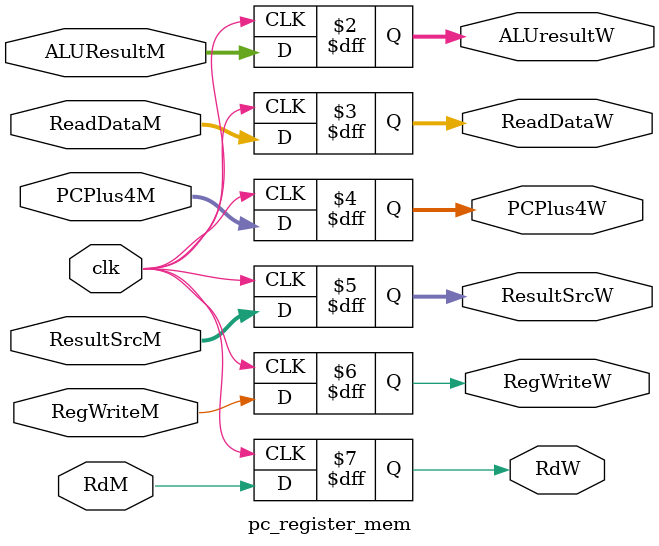
<source format=sv>
module pc_register_mem # (
    parameter DATA_WIDTH = 32
) (
    input logic                     clk,
    input logic                     RegWriteM,
    input logic                     RdM,
    input logic [DATA_WIDTH-1:0]    PCPlus4M,
    input logic [1:0]               ResultSrcM,
    input logic [DATA_WIDTH-1:0]    ALUResultM,
    input logic [DATA_WIDTH-1:0]    ReadDataM,
    output logic [DATA_WIDTH-1:0]   ALUresultW,
    output logic [DATA_WIDTH-1:0]   ReadDataW,
    output logic [DATA_WIDTH-1:0]   PCPlus4W,
    output logic [1:0]              ResultSrcW,
    output logic                    RegWriteW,
    output logic                    RdW
);

    always_ff @ (posedge clk) begin
        ALUresultW   <= ALUResultM;
        ReadDataW    <= ReadDataM;
        ResultSrcW   <= ResultSrcM;
        RegWriteW    <= RegWriteM;
        PCPlus4W     <= PCPlus4M;
        RdW          <= RdM;
    end

endmodule

</source>
